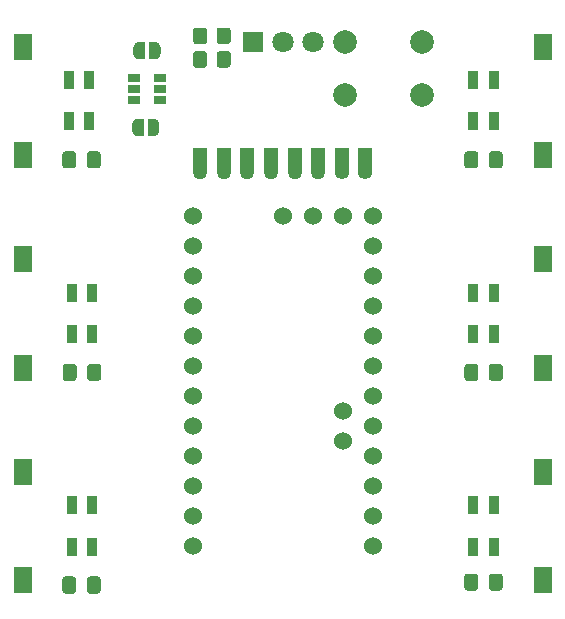
<source format=gbr>
%TF.GenerationSoftware,KiCad,Pcbnew,(5.1.9)-1*%
%TF.CreationDate,2021-04-07T01:06:44+02:00*%
%TF.ProjectId,HB-RC-6-PBU-LED_328,48422d52-432d-4362-9d50-42552d4c4544,rev?*%
%TF.SameCoordinates,Original*%
%TF.FileFunction,Soldermask,Top*%
%TF.FilePolarity,Negative*%
%FSLAX46Y46*%
G04 Gerber Fmt 4.6, Leading zero omitted, Abs format (unit mm)*
G04 Created by KiCad (PCBNEW (5.1.9)-1) date 2021-04-07 01:06:44*
%MOMM*%
%LPD*%
G01*
G04 APERTURE LIST*
%ADD10C,0.100000*%
%ADD11C,2.000000*%
%ADD12R,0.850000X1.600000*%
%ADD13R,1.600000X2.180000*%
%ADD14R,1.060000X0.650000*%
%ADD15C,1.524000*%
%ADD16O,1.270000X1.270000*%
%ADD17C,1.270000*%
%ADD18R,1.200000X2.000000*%
%ADD19C,1.800000*%
%ADD20R,1.800000X1.800000*%
G04 APERTURE END LIST*
D10*
%TO.C,JP2*%
G36*
X124150000Y-72000602D02*
G01*
X124174534Y-72000602D01*
X124223365Y-72005412D01*
X124271490Y-72014984D01*
X124318445Y-72029228D01*
X124363778Y-72048005D01*
X124407051Y-72071136D01*
X124447850Y-72098396D01*
X124485779Y-72129524D01*
X124520476Y-72164221D01*
X124551604Y-72202150D01*
X124578864Y-72242949D01*
X124601995Y-72286222D01*
X124620772Y-72331555D01*
X124635016Y-72378510D01*
X124644588Y-72426635D01*
X124649398Y-72475466D01*
X124649398Y-72500000D01*
X124650000Y-72500000D01*
X124650000Y-73000000D01*
X124649398Y-73000000D01*
X124649398Y-73024534D01*
X124644588Y-73073365D01*
X124635016Y-73121490D01*
X124620772Y-73168445D01*
X124601995Y-73213778D01*
X124578864Y-73257051D01*
X124551604Y-73297850D01*
X124520476Y-73335779D01*
X124485779Y-73370476D01*
X124447850Y-73401604D01*
X124407051Y-73428864D01*
X124363778Y-73451995D01*
X124318445Y-73470772D01*
X124271490Y-73485016D01*
X124223365Y-73494588D01*
X124174534Y-73499398D01*
X124150000Y-73499398D01*
X124150000Y-73500000D01*
X123650000Y-73500000D01*
X123650000Y-72000000D01*
X124150000Y-72000000D01*
X124150000Y-72000602D01*
G37*
G36*
X123350000Y-73500000D02*
G01*
X122850000Y-73500000D01*
X122850000Y-73499398D01*
X122825466Y-73499398D01*
X122776635Y-73494588D01*
X122728510Y-73485016D01*
X122681555Y-73470772D01*
X122636222Y-73451995D01*
X122592949Y-73428864D01*
X122552150Y-73401604D01*
X122514221Y-73370476D01*
X122479524Y-73335779D01*
X122448396Y-73297850D01*
X122421136Y-73257051D01*
X122398005Y-73213778D01*
X122379228Y-73168445D01*
X122364984Y-73121490D01*
X122355412Y-73073365D01*
X122350602Y-73024534D01*
X122350602Y-73000000D01*
X122350000Y-73000000D01*
X122350000Y-72500000D01*
X122350602Y-72500000D01*
X122350602Y-72475466D01*
X122355412Y-72426635D01*
X122364984Y-72378510D01*
X122379228Y-72331555D01*
X122398005Y-72286222D01*
X122421136Y-72242949D01*
X122448396Y-72202150D01*
X122479524Y-72164221D01*
X122514221Y-72129524D01*
X122552150Y-72098396D01*
X122592949Y-72071136D01*
X122636222Y-72048005D01*
X122681555Y-72029228D01*
X122728510Y-72014984D01*
X122776635Y-72005412D01*
X122825466Y-72000602D01*
X122850000Y-72000602D01*
X122850000Y-72000000D01*
X123350000Y-72000000D01*
X123350000Y-73500000D01*
G37*
%TD*%
%TO.C,JP1*%
G36*
X124050000Y-78500602D02*
G01*
X124074534Y-78500602D01*
X124123365Y-78505412D01*
X124171490Y-78514984D01*
X124218445Y-78529228D01*
X124263778Y-78548005D01*
X124307051Y-78571136D01*
X124347850Y-78598396D01*
X124385779Y-78629524D01*
X124420476Y-78664221D01*
X124451604Y-78702150D01*
X124478864Y-78742949D01*
X124501995Y-78786222D01*
X124520772Y-78831555D01*
X124535016Y-78878510D01*
X124544588Y-78926635D01*
X124549398Y-78975466D01*
X124549398Y-79000000D01*
X124550000Y-79000000D01*
X124550000Y-79500000D01*
X124549398Y-79500000D01*
X124549398Y-79524534D01*
X124544588Y-79573365D01*
X124535016Y-79621490D01*
X124520772Y-79668445D01*
X124501995Y-79713778D01*
X124478864Y-79757051D01*
X124451604Y-79797850D01*
X124420476Y-79835779D01*
X124385779Y-79870476D01*
X124347850Y-79901604D01*
X124307051Y-79928864D01*
X124263778Y-79951995D01*
X124218445Y-79970772D01*
X124171490Y-79985016D01*
X124123365Y-79994588D01*
X124074534Y-79999398D01*
X124050000Y-79999398D01*
X124050000Y-80000000D01*
X123550000Y-80000000D01*
X123550000Y-78500000D01*
X124050000Y-78500000D01*
X124050000Y-78500602D01*
G37*
G36*
X123250000Y-80000000D02*
G01*
X122750000Y-80000000D01*
X122750000Y-79999398D01*
X122725466Y-79999398D01*
X122676635Y-79994588D01*
X122628510Y-79985016D01*
X122581555Y-79970772D01*
X122536222Y-79951995D01*
X122492949Y-79928864D01*
X122452150Y-79901604D01*
X122414221Y-79870476D01*
X122379524Y-79835779D01*
X122348396Y-79797850D01*
X122321136Y-79757051D01*
X122298005Y-79713778D01*
X122279228Y-79668445D01*
X122264984Y-79621490D01*
X122255412Y-79573365D01*
X122250602Y-79524534D01*
X122250602Y-79500000D01*
X122250000Y-79500000D01*
X122250000Y-79000000D01*
X122250602Y-79000000D01*
X122250602Y-78975466D01*
X122255412Y-78926635D01*
X122264984Y-78878510D01*
X122279228Y-78831555D01*
X122298005Y-78786222D01*
X122321136Y-78742949D01*
X122348396Y-78702150D01*
X122379524Y-78664221D01*
X122414221Y-78629524D01*
X122452150Y-78598396D01*
X122492949Y-78571136D01*
X122536222Y-78548005D01*
X122581555Y-78529228D01*
X122628510Y-78514984D01*
X122676635Y-78505412D01*
X122725466Y-78500602D01*
X122750000Y-78500602D01*
X122750000Y-78500000D01*
X123250000Y-78500000D01*
X123250000Y-80000000D01*
G37*
%TD*%
D11*
%TO.C,SW1*%
X140250000Y-72000000D03*
X140250000Y-76500000D03*
X146750000Y-72000000D03*
X146750000Y-76500000D03*
%TD*%
D12*
%TO.C,D2*%
X116875000Y-78750000D03*
X118625000Y-78750000D03*
X116875000Y-75250000D03*
X118625000Y-75250000D03*
%TD*%
%TO.C,D3*%
X117125000Y-96750000D03*
X118875000Y-96750000D03*
X117125000Y-93250000D03*
X118875000Y-93250000D03*
%TD*%
D13*
%TO.C,SW7*%
X157000000Y-108410000D03*
X157000000Y-117590000D03*
%TD*%
%TO.C,SW6*%
X157000000Y-99590000D03*
X157000000Y-90410000D03*
%TD*%
%TO.C,SW5*%
X157000000Y-81590000D03*
X157000000Y-72410000D03*
%TD*%
%TO.C,SW4*%
X113000000Y-108410000D03*
X113000000Y-117590000D03*
%TD*%
%TO.C,SW3*%
X113000000Y-99590000D03*
X113000000Y-90410000D03*
%TD*%
%TO.C,SW2*%
X113000000Y-81590000D03*
X113000000Y-72410000D03*
%TD*%
%TO.C,R2*%
G36*
G01*
X129400000Y-73950001D02*
X129400000Y-73049999D01*
G75*
G02*
X129649999Y-72800000I249999J0D01*
G01*
X130350001Y-72800000D01*
G75*
G02*
X130600000Y-73049999I0J-249999D01*
G01*
X130600000Y-73950001D01*
G75*
G02*
X130350001Y-74200000I-249999J0D01*
G01*
X129649999Y-74200000D01*
G75*
G02*
X129400000Y-73950001I0J249999D01*
G01*
G37*
G36*
G01*
X127400000Y-73950001D02*
X127400000Y-73049999D01*
G75*
G02*
X127649999Y-72800000I249999J0D01*
G01*
X128350001Y-72800000D01*
G75*
G02*
X128600000Y-73049999I0J-249999D01*
G01*
X128600000Y-73950001D01*
G75*
G02*
X128350001Y-74200000I-249999J0D01*
G01*
X127649999Y-74200000D01*
G75*
G02*
X127400000Y-73950001I0J249999D01*
G01*
G37*
%TD*%
%TO.C,R1*%
G36*
G01*
X129400000Y-71950001D02*
X129400000Y-71049999D01*
G75*
G02*
X129649999Y-70800000I249999J0D01*
G01*
X130350001Y-70800000D01*
G75*
G02*
X130600000Y-71049999I0J-249999D01*
G01*
X130600000Y-71950001D01*
G75*
G02*
X130350001Y-72200000I-249999J0D01*
G01*
X129649999Y-72200000D01*
G75*
G02*
X129400000Y-71950001I0J249999D01*
G01*
G37*
G36*
G01*
X127400000Y-71950001D02*
X127400000Y-71049999D01*
G75*
G02*
X127649999Y-70800000I249999J0D01*
G01*
X128350001Y-70800000D01*
G75*
G02*
X128600000Y-71049999I0J-249999D01*
G01*
X128600000Y-71950001D01*
G75*
G02*
X128350001Y-72200000I-249999J0D01*
G01*
X127649999Y-72200000D01*
G75*
G02*
X127400000Y-71950001I0J249999D01*
G01*
G37*
%TD*%
D14*
%TO.C,U2*%
X124600000Y-76000000D03*
X124600000Y-75050000D03*
X124600000Y-76950000D03*
X122400000Y-76950000D03*
X122400000Y-76000000D03*
X122400000Y-75050000D03*
%TD*%
D15*
%TO.C,U1*%
X127380000Y-114700000D03*
X127380000Y-112160000D03*
X127380000Y-109620000D03*
X127380000Y-107080000D03*
X127380000Y-104540000D03*
X127380000Y-102000000D03*
X127380000Y-99460000D03*
X127380000Y-96920000D03*
X127380000Y-94380000D03*
X127380000Y-91840000D03*
X127380000Y-89300000D03*
X127380000Y-86760000D03*
X142620000Y-86760000D03*
X142620000Y-89300000D03*
X142620000Y-91840000D03*
X142620000Y-94380000D03*
X142620000Y-96920000D03*
X142620000Y-99460000D03*
X142620000Y-102000000D03*
X142620000Y-104540000D03*
X142620000Y-107080000D03*
X142620000Y-109620000D03*
X142620000Y-112160000D03*
X142620000Y-114700000D03*
X140080000Y-103270000D03*
X140080000Y-105810000D03*
X140080000Y-86760000D03*
X137540000Y-86760000D03*
X135000000Y-86760000D03*
%TD*%
D16*
%TO.C,IC1*%
X142000000Y-83000000D03*
X140000000Y-83000000D03*
D17*
X138000000Y-83000000D03*
X136000000Y-83000000D03*
X134000000Y-83000000D03*
X132000000Y-83000000D03*
X130000000Y-83000000D03*
X128000000Y-83000000D03*
D18*
X142000000Y-82000000D03*
X140000000Y-82000000D03*
X138000000Y-82000000D03*
X136000000Y-82000000D03*
X134000000Y-82000000D03*
X132000000Y-82000000D03*
X130000000Y-82000000D03*
X128000000Y-82000000D03*
%TD*%
D12*
%TO.C,D7*%
X151125000Y-114750000D03*
X152875000Y-114750000D03*
X151125000Y-111250000D03*
X152875000Y-111250000D03*
%TD*%
%TO.C,D6*%
X151125000Y-96750000D03*
X152875000Y-96750000D03*
X151125000Y-93250000D03*
X152875000Y-93250000D03*
%TD*%
%TO.C,D5*%
X151125000Y-78750000D03*
X152875000Y-78750000D03*
X151125000Y-75250000D03*
X152875000Y-75250000D03*
%TD*%
%TO.C,D4*%
X117125000Y-114750000D03*
X118875000Y-114750000D03*
X117125000Y-111250000D03*
X118875000Y-111250000D03*
%TD*%
D19*
%TO.C,D1*%
X137540000Y-72000000D03*
X135000000Y-72000000D03*
D20*
X132460000Y-72000000D03*
%TD*%
%TO.C,C6*%
G36*
G01*
X152450000Y-118225000D02*
X152450000Y-117275000D01*
G75*
G02*
X152700000Y-117025000I250000J0D01*
G01*
X153375000Y-117025000D01*
G75*
G02*
X153625000Y-117275000I0J-250000D01*
G01*
X153625000Y-118225000D01*
G75*
G02*
X153375000Y-118475000I-250000J0D01*
G01*
X152700000Y-118475000D01*
G75*
G02*
X152450000Y-118225000I0J250000D01*
G01*
G37*
G36*
G01*
X150375000Y-118225000D02*
X150375000Y-117275000D01*
G75*
G02*
X150625000Y-117025000I250000J0D01*
G01*
X151300000Y-117025000D01*
G75*
G02*
X151550000Y-117275000I0J-250000D01*
G01*
X151550000Y-118225000D01*
G75*
G02*
X151300000Y-118475000I-250000J0D01*
G01*
X150625000Y-118475000D01*
G75*
G02*
X150375000Y-118225000I0J250000D01*
G01*
G37*
%TD*%
%TO.C,C5*%
G36*
G01*
X152450000Y-100475000D02*
X152450000Y-99525000D01*
G75*
G02*
X152700000Y-99275000I250000J0D01*
G01*
X153375000Y-99275000D01*
G75*
G02*
X153625000Y-99525000I0J-250000D01*
G01*
X153625000Y-100475000D01*
G75*
G02*
X153375000Y-100725000I-250000J0D01*
G01*
X152700000Y-100725000D01*
G75*
G02*
X152450000Y-100475000I0J250000D01*
G01*
G37*
G36*
G01*
X150375000Y-100475000D02*
X150375000Y-99525000D01*
G75*
G02*
X150625000Y-99275000I250000J0D01*
G01*
X151300000Y-99275000D01*
G75*
G02*
X151550000Y-99525000I0J-250000D01*
G01*
X151550000Y-100475000D01*
G75*
G02*
X151300000Y-100725000I-250000J0D01*
G01*
X150625000Y-100725000D01*
G75*
G02*
X150375000Y-100475000I0J250000D01*
G01*
G37*
%TD*%
%TO.C,C4*%
G36*
G01*
X152450000Y-82475000D02*
X152450000Y-81525000D01*
G75*
G02*
X152700000Y-81275000I250000J0D01*
G01*
X153375000Y-81275000D01*
G75*
G02*
X153625000Y-81525000I0J-250000D01*
G01*
X153625000Y-82475000D01*
G75*
G02*
X153375000Y-82725000I-250000J0D01*
G01*
X152700000Y-82725000D01*
G75*
G02*
X152450000Y-82475000I0J250000D01*
G01*
G37*
G36*
G01*
X150375000Y-82475000D02*
X150375000Y-81525000D01*
G75*
G02*
X150625000Y-81275000I250000J0D01*
G01*
X151300000Y-81275000D01*
G75*
G02*
X151550000Y-81525000I0J-250000D01*
G01*
X151550000Y-82475000D01*
G75*
G02*
X151300000Y-82725000I-250000J0D01*
G01*
X150625000Y-82725000D01*
G75*
G02*
X150375000Y-82475000I0J250000D01*
G01*
G37*
%TD*%
%TO.C,C3*%
G36*
G01*
X118412500Y-118475000D02*
X118412500Y-117525000D01*
G75*
G02*
X118662500Y-117275000I250000J0D01*
G01*
X119337500Y-117275000D01*
G75*
G02*
X119587500Y-117525000I0J-250000D01*
G01*
X119587500Y-118475000D01*
G75*
G02*
X119337500Y-118725000I-250000J0D01*
G01*
X118662500Y-118725000D01*
G75*
G02*
X118412500Y-118475000I0J250000D01*
G01*
G37*
G36*
G01*
X116337500Y-118475000D02*
X116337500Y-117525000D01*
G75*
G02*
X116587500Y-117275000I250000J0D01*
G01*
X117262500Y-117275000D01*
G75*
G02*
X117512500Y-117525000I0J-250000D01*
G01*
X117512500Y-118475000D01*
G75*
G02*
X117262500Y-118725000I-250000J0D01*
G01*
X116587500Y-118725000D01*
G75*
G02*
X116337500Y-118475000I0J250000D01*
G01*
G37*
%TD*%
%TO.C,C2*%
G36*
G01*
X118450000Y-100475000D02*
X118450000Y-99525000D01*
G75*
G02*
X118700000Y-99275000I250000J0D01*
G01*
X119375000Y-99275000D01*
G75*
G02*
X119625000Y-99525000I0J-250000D01*
G01*
X119625000Y-100475000D01*
G75*
G02*
X119375000Y-100725000I-250000J0D01*
G01*
X118700000Y-100725000D01*
G75*
G02*
X118450000Y-100475000I0J250000D01*
G01*
G37*
G36*
G01*
X116375000Y-100475000D02*
X116375000Y-99525000D01*
G75*
G02*
X116625000Y-99275000I250000J0D01*
G01*
X117300000Y-99275000D01*
G75*
G02*
X117550000Y-99525000I0J-250000D01*
G01*
X117550000Y-100475000D01*
G75*
G02*
X117300000Y-100725000I-250000J0D01*
G01*
X116625000Y-100725000D01*
G75*
G02*
X116375000Y-100475000I0J250000D01*
G01*
G37*
%TD*%
%TO.C,C1*%
G36*
G01*
X118412500Y-82475000D02*
X118412500Y-81525000D01*
G75*
G02*
X118662500Y-81275000I250000J0D01*
G01*
X119337500Y-81275000D01*
G75*
G02*
X119587500Y-81525000I0J-250000D01*
G01*
X119587500Y-82475000D01*
G75*
G02*
X119337500Y-82725000I-250000J0D01*
G01*
X118662500Y-82725000D01*
G75*
G02*
X118412500Y-82475000I0J250000D01*
G01*
G37*
G36*
G01*
X116337500Y-82475000D02*
X116337500Y-81525000D01*
G75*
G02*
X116587500Y-81275000I250000J0D01*
G01*
X117262500Y-81275000D01*
G75*
G02*
X117512500Y-81525000I0J-250000D01*
G01*
X117512500Y-82475000D01*
G75*
G02*
X117262500Y-82725000I-250000J0D01*
G01*
X116587500Y-82725000D01*
G75*
G02*
X116337500Y-82475000I0J250000D01*
G01*
G37*
%TD*%
M02*

</source>
